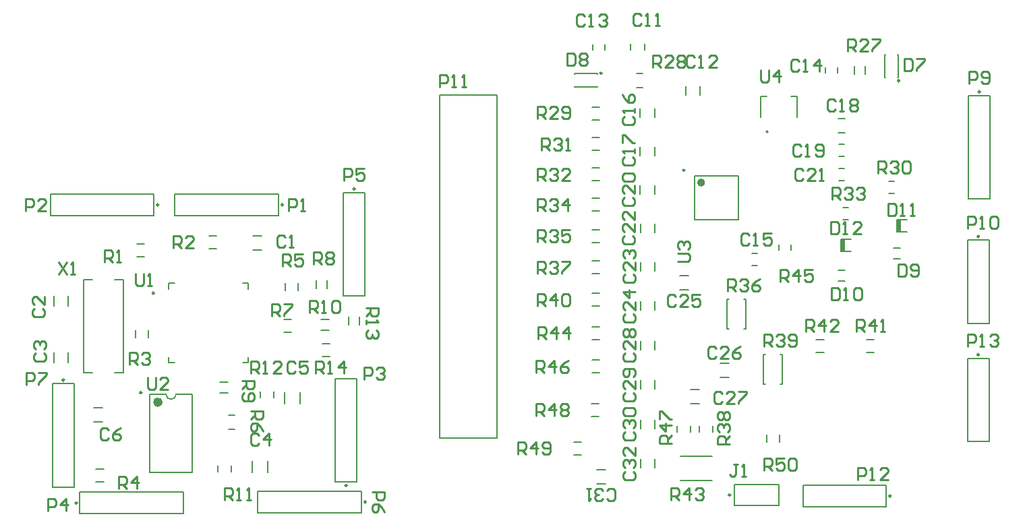
<source format=gto>
G04*
G04 #@! TF.GenerationSoftware,Altium Limited,Altium Designer,25.2.1 (25)*
G04*
G04 Layer_Color=65535*
%FSLAX44Y44*%
%MOMM*%
G71*
G04*
G04 #@! TF.SameCoordinates,F4FED96F-6736-4451-9F0E-EDF3A1B2C77D*
G04*
G04*
G04 #@! TF.FilePolarity,Positive*
G04*
G01*
G75*
%ADD10C,0.2500*%
%ADD11C,0.5000*%
%ADD12C,0.2000*%
%ADD13C,0.6000*%
%ADD14C,0.1270*%
%ADD15C,0.2540*%
%ADD16R,0.5080X1.5870*%
D10*
X1803380Y835310D02*
G03*
X1803380Y835310I-1250J0D01*
G01*
X767660Y912530D02*
G03*
X767660Y912530I-1250J0D01*
G01*
X1433695Y1067110D02*
G03*
X1433695Y1067110I-1250J0D01*
G01*
X1703435Y1179555D02*
G03*
X1703435Y1179555I-1250J0D01*
G01*
X1692540Y657860D02*
G03*
X1692540Y657860I-1250J0D01*
G01*
X1491000Y659130D02*
G03*
X1491000Y659130I-1250J0D01*
G01*
X1329670Y1188830D02*
G03*
X1329670Y1188830I-1250J0D01*
G01*
X1804650Y1165510D02*
G03*
X1804650Y1165510I-1250J0D01*
G01*
X1803380Y983900D02*
G03*
X1803380Y983900I-1250J0D01*
G01*
X1033410Y650240D02*
G03*
X1033410Y650240I-1250J0D01*
G01*
X929270Y1023620D02*
G03*
X929270Y1023620I-1250J0D01*
G01*
X1009630Y670910D02*
G03*
X1009630Y670910I-1250J0D01*
G01*
X751820Y787700D02*
G03*
X751820Y787700I-1250J0D01*
G01*
X670890Y648970D02*
G03*
X670890Y648970I-1250J0D01*
G01*
X654680Y803560D02*
G03*
X654680Y803560I-1250J0D01*
G01*
X773060Y1023620D02*
G03*
X773060Y1023620I-1250J0D01*
G01*
X1019790Y1043590D02*
G03*
X1019790Y1043590I-1250J0D01*
G01*
D11*
X1456700Y1051510D02*
G03*
X1456700Y1051510I-2500J0D01*
G01*
D12*
X1537940Y1115270D02*
G03*
X1537940Y1115270I-1000J0D01*
G01*
X782320Y785600D02*
G03*
X795020Y785600I6350J0D01*
G01*
X1788680Y726210D02*
Y830810D01*
X1815580D01*
Y726210D02*
Y830810D01*
X1788680Y726210D02*
X1815580D01*
X785660Y925030D02*
X792910D01*
X878410D02*
X885660D01*
Y825030D02*
Y832280D01*
Y917780D02*
Y925030D01*
X785660Y825030D02*
X792910D01*
X878410D02*
X885660D01*
X785660D02*
Y832280D01*
Y917780D02*
Y925030D01*
X1427800Y676900D02*
X1467800D01*
X1427800Y707400D02*
X1467800D01*
X1383140Y1218057D02*
Y1226030D01*
X1365140Y1218057D02*
Y1226030D01*
X1333380Y1218240D02*
Y1225240D01*
X1318380Y1218240D02*
Y1225240D01*
X1372930Y1188580D02*
X1380430D01*
X1372930Y1171080D02*
X1380430D01*
X1445700Y1060010D02*
X1500700D01*
Y1005010D02*
Y1060010D01*
X1445700Y1005010D02*
X1500700D01*
X1445700D02*
Y1060010D01*
X1701685Y1183805D02*
Y1212305D01*
X1684685Y1183805D02*
Y1212305D01*
X1700685Y1183805D02*
X1701685D01*
X1700685Y1212305D02*
X1701685D01*
X1684685Y1183805D02*
X1685685D01*
X1684685Y1212305D02*
X1685685D01*
X1660290Y1187530D02*
Y1197530D01*
X1646790Y1187530D02*
Y1197530D01*
X1625480Y1189030D02*
Y1196030D01*
X1610480Y1189030D02*
Y1196030D01*
X1627180Y1084700D02*
X1634180D01*
X1627180Y1099700D02*
X1634180D01*
X1627180Y1054220D02*
X1634180D01*
X1627180Y1069220D02*
X1634180D01*
X1582190Y644410D02*
Y671310D01*
Y644410D02*
X1686790D01*
Y671310D01*
X1582190D02*
X1686790D01*
X1700020Y989200D02*
X1712720D01*
X1700020Y1004700D02*
X1712720D01*
X1700020Y989200D02*
Y1004700D01*
X1695850Y955910D02*
X1704350D01*
X1695850Y969410D02*
X1704350D01*
X1629410Y965070D02*
X1642110D01*
X1629410Y980570D02*
X1642110D01*
X1629410Y965070D02*
Y980570D01*
X1626430Y927970D02*
X1634930D01*
X1626430Y941470D02*
X1634930D01*
X1552060Y966780D02*
Y973780D01*
X1567060Y966780D02*
Y973780D01*
X1552320Y725519D02*
Y734980D01*
X1536320Y725519D02*
Y734980D01*
X1486600Y867960D02*
Y904960D01*
X1508100D02*
X1510600D01*
X1486600D02*
X1489100D01*
X1510600Y867960D02*
Y904960D01*
X1508100Y867960D02*
X1510600D01*
X1486600D02*
X1489100D01*
X1441030Y791320D02*
X1452030D01*
X1441030Y773320D02*
X1452030D01*
X1496100Y645930D02*
Y672330D01*
Y645930D02*
X1551900D01*
Y672330D01*
X1496100D02*
X1551900D01*
X1532320Y798110D02*
X1534820D01*
X1553820D02*
X1556320D01*
Y835110D01*
X1532320D02*
X1534820D01*
X1553820D02*
X1556320D01*
X1532320Y798110D02*
Y835110D01*
X1197670Y730650D02*
Y1161650D01*
X1125670Y730650D02*
X1197670D01*
X1125670D02*
Y1161650D01*
X1197670D01*
X1377840Y891150D02*
Y902150D01*
X1395840Y891150D02*
Y902150D01*
X1377804Y1037155D02*
Y1048155D01*
X1395804Y1037155D02*
Y1048155D01*
X1377804Y1133675D02*
Y1144675D01*
X1395804Y1133675D02*
Y1144675D01*
X1377840Y940680D02*
Y951680D01*
X1395840Y940680D02*
Y951680D01*
X1377840Y988910D02*
Y999910D01*
X1395840Y988910D02*
Y999910D01*
X1317339Y936880D02*
X1326801D01*
X1317339Y952880D02*
X1326801D01*
X1317283Y1091805D02*
X1326744D01*
X1317283Y1107805D02*
X1326744D01*
X1317304Y1053705D02*
X1326765D01*
X1317304Y1069705D02*
X1326765D01*
X1377804Y1085415D02*
Y1096415D01*
X1395804Y1085415D02*
Y1096415D01*
X1317339Y976250D02*
X1326801D01*
X1317339Y992250D02*
X1326801D01*
X1317319Y1129920D02*
X1326780D01*
X1317319Y1145920D02*
X1326780D01*
X1294480Y709550D02*
X1303940D01*
X1294480Y725550D02*
X1303940D01*
X1316049Y757810D02*
X1325510D01*
X1316049Y773810D02*
X1325510D01*
X1377840Y742530D02*
Y753530D01*
X1395840Y742530D02*
Y753530D01*
X1317360Y896240D02*
X1326821D01*
X1317360Y912240D02*
X1326821D01*
X1317304Y1015605D02*
X1326765D01*
X1317304Y1031605D02*
X1326765D01*
X1441310Y737930D02*
Y745430D01*
X1423810Y737930D02*
Y745430D01*
X1469250Y737930D02*
Y745430D01*
X1451750Y737930D02*
Y745430D01*
X1477860Y806340D02*
X1488860D01*
X1477860Y824340D02*
X1488860D01*
X1317319Y812420D02*
X1326780D01*
X1317319Y828420D02*
X1326780D01*
X1377840Y841590D02*
Y852590D01*
X1395840Y841590D02*
Y852590D01*
X1427060Y916830D02*
X1438060D01*
X1427060Y934830D02*
X1438060D01*
X1317319Y854330D02*
X1326780D01*
X1317319Y870330D02*
X1326780D01*
X1377840Y792060D02*
Y803060D01*
X1395840Y792060D02*
Y803060D01*
X1322920Y672990D02*
X1333920D01*
X1322920Y690990D02*
X1333920D01*
X1517960Y962540D02*
X1524960D01*
X1517960Y947540D02*
X1524960D01*
X1377840Y692970D02*
Y703970D01*
X1395840Y692970D02*
Y703970D01*
X1295670Y1171330D02*
Y1172330D01*
X1324170Y1171330D02*
Y1172330D01*
X1295670Y1187330D02*
Y1188330D01*
X1324170Y1187330D02*
Y1188330D01*
X1295670Y1171330D02*
X1324170D01*
X1295670Y1188330D02*
X1324170D01*
X1434990Y1161660D02*
Y1172660D01*
X1452990Y1161660D02*
Y1172660D01*
X1789950Y1031010D02*
X1816850D01*
Y1161010D01*
X1789950D02*
X1816850D01*
X1789950Y1031010D02*
Y1161010D01*
X1788680Y874800D02*
Y979400D01*
X1815580D01*
Y874800D02*
Y979400D01*
X1788680Y874800D02*
X1815580D01*
X1689410Y1052710D02*
X1696410D01*
X1689410Y1037710D02*
X1696410D01*
X1626446Y1131430D02*
X1634914D01*
X1626446Y1113930D02*
X1634914D01*
X1632210Y1019690D02*
X1639210D01*
X1632210Y1004690D02*
X1639210D01*
X1662070Y853820D02*
X1671531D01*
X1662070Y837820D02*
X1671531D01*
X1598719D02*
X1608180D01*
X1598719Y853820D02*
X1608180D01*
X891090Y984360D02*
X902090D01*
X891090Y966360D02*
X902090D01*
X929989Y879220D02*
X939451D01*
X929989Y863220D02*
X939451D01*
X1025290Y872570D02*
Y882570D01*
X1011790Y872570D02*
Y882570D01*
X976710Y865740D02*
X986710D01*
X976710Y879240D02*
X986710D01*
X978250Y848740D02*
X987710D01*
X978250Y832740D02*
X987710D01*
X971150Y918290D02*
Y928290D01*
X984650Y918290D02*
Y928290D01*
X947800Y916020D02*
Y925480D01*
X931800Y916020D02*
Y925480D01*
X897660Y663690D02*
X1027660D01*
Y636790D02*
Y663690D01*
X897660Y636790D02*
X1027660D01*
X897660D02*
Y663690D01*
X793520Y1037070D02*
X923520D01*
Y1010170D02*
Y1037070D01*
X793520Y1010170D02*
X923520D01*
X793520D02*
Y1037070D01*
X1021830Y675410D02*
Y805410D01*
X994930Y675410D02*
X1021830D01*
X994930D02*
Y805410D01*
X1021830D01*
X745839Y974470D02*
X755301D01*
X745839Y958470D02*
X755301D01*
X694479Y691260D02*
X703940D01*
X694479Y675260D02*
X703940D01*
X728580Y812720D02*
Y929720D01*
X678580Y812720D02*
Y929720D01*
X717580D02*
X728580D01*
X717580Y812720D02*
X728580D01*
X678580Y929720D02*
X689580D01*
X678580Y812720D02*
X689580D01*
X836010Y984630D02*
X845471D01*
X836010Y968630D02*
X845471D01*
X900570Y781060D02*
Y788560D01*
X918070Y781060D02*
Y788560D01*
X931570Y773810D02*
Y788310D01*
X950570Y773810D02*
Y788310D01*
X743840Y856329D02*
Y865790D01*
X759840Y856329D02*
Y865790D01*
X641240Y825600D02*
Y838100D01*
X659240Y825600D02*
Y838100D01*
X762170Y687600D02*
Y785600D01*
X815170Y687600D02*
Y785600D01*
X762170D02*
X782320D01*
X795020D02*
X815170D01*
X762170Y687600D02*
X815170D01*
X890930Y687440D02*
Y701940D01*
X909930Y687440D02*
Y701940D01*
X861120Y759320D02*
X868620D01*
X861120Y741820D02*
X868620D01*
X674140Y635520D02*
X804140D01*
X674140D02*
Y662420D01*
X804140D01*
Y635520D02*
Y662420D01*
X864730Y688400D02*
Y695900D01*
X847230Y688400D02*
Y695900D01*
X849710Y800500D02*
X859710D01*
X849710Y787000D02*
X859710D01*
X639980Y669060D02*
Y799060D01*
X666880D01*
Y669060D02*
Y799060D01*
X639980Y669060D02*
X666880D01*
X691730Y750460D02*
X702730D01*
X691730Y768460D02*
X702730D01*
X637310Y1010170D02*
Y1037070D01*
Y1010170D02*
X767310D01*
Y1037070D01*
X637310D02*
X767310D01*
X1005090Y909090D02*
X1031990D01*
Y1039090D01*
X1005090D02*
X1031990D01*
X1005090Y909090D02*
Y1039090D01*
X641240Y896720D02*
Y909220D01*
X659240Y896720D02*
Y909220D01*
D13*
X775170Y775600D02*
G03*
X775170Y775600I-3000J0D01*
G01*
D14*
X1574940Y1133520D02*
Y1159520D01*
X1567180D02*
X1574940D01*
X1528940Y1133520D02*
Y1159520D01*
X1536700D01*
D15*
X1788922Y845312D02*
Y860547D01*
X1796539D01*
X1799079Y858008D01*
Y852930D01*
X1796539Y850390D01*
X1788922D01*
X1804157Y845312D02*
X1809235D01*
X1806696D01*
Y860547D01*
X1804157Y858008D01*
X1816853D02*
X1819392Y860547D01*
X1824471D01*
X1827010Y858008D01*
Y855469D01*
X1824471Y852930D01*
X1821931D01*
X1824471D01*
X1827010Y850390D01*
Y847851D01*
X1824471Y845312D01*
X1819392D01*
X1816853Y847851D01*
X1416057Y652783D02*
Y668018D01*
X1423674D01*
X1426213Y665478D01*
Y660400D01*
X1423674Y657861D01*
X1416057D01*
X1421135D02*
X1426213Y652783D01*
X1438909D02*
Y668018D01*
X1431292Y660400D01*
X1441448D01*
X1446527Y665478D02*
X1449066Y668018D01*
X1454144D01*
X1456683Y665478D01*
Y662939D01*
X1454144Y660400D01*
X1451605D01*
X1454144D01*
X1456683Y657861D01*
Y655322D01*
X1454144Y652783D01*
X1449066D01*
X1446527Y655322D01*
X1248396Y1131572D02*
Y1146807D01*
X1256013D01*
X1258552Y1144268D01*
Y1139190D01*
X1256013Y1136651D01*
X1248396D01*
X1253474D02*
X1258552Y1131572D01*
X1273788D02*
X1263631D01*
X1273788Y1141729D01*
Y1144268D01*
X1271248Y1146807D01*
X1266170D01*
X1263631Y1144268D01*
X1278866Y1134112D02*
X1281405Y1131572D01*
X1286483D01*
X1289023Y1134112D01*
Y1144268D01*
X1286483Y1146807D01*
X1281405D01*
X1278866Y1144268D01*
Y1141729D01*
X1281405Y1139190D01*
X1289023D01*
X1528826Y1192779D02*
Y1180083D01*
X1531365Y1177544D01*
X1536443D01*
X1538983Y1180083D01*
Y1192779D01*
X1551679Y1177544D02*
Y1192779D01*
X1544061Y1185162D01*
X1554218D01*
X1424942Y952504D02*
X1437638D01*
X1440177Y955043D01*
Y960122D01*
X1437638Y962661D01*
X1424942D01*
X1427482Y967739D02*
X1424942Y970278D01*
Y975357D01*
X1427482Y977896D01*
X1430021D01*
X1432560Y975357D01*
Y972818D01*
Y975357D01*
X1435099Y977896D01*
X1437638D01*
X1440177Y975357D01*
Y970278D01*
X1437638Y967739D01*
X1532897Y689613D02*
Y704847D01*
X1540514D01*
X1543053Y702308D01*
Y697230D01*
X1540514Y694691D01*
X1532897D01*
X1537975D02*
X1543053Y689613D01*
X1558288Y704847D02*
X1548132D01*
Y697230D01*
X1553210Y699769D01*
X1555749D01*
X1558288Y697230D01*
Y692152D01*
X1555749Y689613D01*
X1550671D01*
X1548132Y692152D01*
X1563367Y702308D02*
X1565906Y704847D01*
X1570984D01*
X1573523Y702308D01*
Y692152D01*
X1570984Y689613D01*
X1565906D01*
X1563367Y692152D01*
Y702308D01*
X1224266Y709932D02*
Y725167D01*
X1231883D01*
X1234423Y722628D01*
Y717550D01*
X1231883Y715011D01*
X1224266D01*
X1229344D02*
X1234423Y709932D01*
X1247118D02*
Y725167D01*
X1239501Y717550D01*
X1249658D01*
X1254736Y712472D02*
X1257275Y709932D01*
X1262353D01*
X1264893Y712472D01*
Y722628D01*
X1262353Y725167D01*
X1257275D01*
X1254736Y722628D01*
Y720089D01*
X1257275Y717550D01*
X1264893D01*
X1247147Y758193D02*
Y773428D01*
X1254764D01*
X1257303Y770888D01*
Y765810D01*
X1254764Y763271D01*
X1247147D01*
X1252225D02*
X1257303Y758193D01*
X1269999D02*
Y773428D01*
X1262382Y765810D01*
X1272538D01*
X1277617Y770888D02*
X1280156Y773428D01*
X1285234D01*
X1287773Y770888D01*
Y768349D01*
X1285234Y765810D01*
X1287773Y763271D01*
Y760732D01*
X1285234Y758193D01*
X1280156D01*
X1277617Y760732D01*
Y763271D01*
X1280156Y765810D01*
X1277617Y768349D01*
Y770888D01*
X1280156Y765810D02*
X1285234D01*
X1417318Y723907D02*
X1402083D01*
Y731524D01*
X1404622Y734063D01*
X1409700D01*
X1412239Y731524D01*
Y723907D01*
Y728985D02*
X1417318Y734063D01*
Y746759D02*
X1402083D01*
X1409700Y739142D01*
Y749298D01*
X1402083Y754377D02*
Y764533D01*
X1404622D01*
X1414778Y754377D01*
X1417318D01*
X1247126Y812803D02*
Y828037D01*
X1254743D01*
X1257282Y825498D01*
Y820420D01*
X1254743Y817881D01*
X1247126D01*
X1252204D02*
X1257282Y812803D01*
X1269978D02*
Y828037D01*
X1262361Y820420D01*
X1272517D01*
X1287753Y828037D02*
X1282674Y825498D01*
X1277596Y820420D01*
Y815342D01*
X1280135Y812803D01*
X1285213D01*
X1287753Y815342D01*
Y817881D01*
X1285213Y820420D01*
X1277596D01*
X1553217Y927103D02*
Y942337D01*
X1560834D01*
X1563373Y939798D01*
Y934720D01*
X1560834Y932181D01*
X1553217D01*
X1558295D02*
X1563373Y927103D01*
X1576069D02*
Y942337D01*
X1568452Y934720D01*
X1578608D01*
X1593843Y942337D02*
X1583687D01*
Y934720D01*
X1588765Y937259D01*
X1591304D01*
X1593843Y934720D01*
Y929642D01*
X1591304Y927103D01*
X1586226D01*
X1583687Y929642D01*
X1249687Y854713D02*
Y869948D01*
X1257304D01*
X1259843Y867408D01*
Y862330D01*
X1257304Y859791D01*
X1249687D01*
X1254765D02*
X1259843Y854713D01*
X1272539D02*
Y869948D01*
X1264922Y862330D01*
X1275078D01*
X1287774Y854713D02*
Y869948D01*
X1280157Y862330D01*
X1290313D01*
X1585976Y864108D02*
Y879343D01*
X1593593D01*
X1596133Y876804D01*
Y871725D01*
X1593593Y869186D01*
X1585976D01*
X1591054D02*
X1596133Y864108D01*
X1608829D02*
Y879343D01*
X1601211Y871725D01*
X1611368D01*
X1626603Y864108D02*
X1616446D01*
X1626603Y874265D01*
Y876804D01*
X1624064Y879343D01*
X1618985D01*
X1616446Y876804D01*
X1649222Y864108D02*
Y879343D01*
X1656839D01*
X1659379Y876804D01*
Y871725D01*
X1656839Y869186D01*
X1649222D01*
X1654300D02*
X1659379Y864108D01*
X1672075D02*
Y879343D01*
X1664457Y871725D01*
X1674614D01*
X1679692Y864108D02*
X1684771D01*
X1682231D01*
Y879343D01*
X1679692Y876804D01*
X1248417Y896622D02*
Y911858D01*
X1256034D01*
X1258573Y909318D01*
Y904240D01*
X1256034Y901701D01*
X1248417D01*
X1253495D02*
X1258573Y896622D01*
X1271269D02*
Y911858D01*
X1263652Y904240D01*
X1273808D01*
X1278887Y909318D02*
X1281426Y911858D01*
X1286504D01*
X1289043Y909318D01*
Y899162D01*
X1286504Y896622D01*
X1281426D01*
X1278887Y899162D01*
Y909318D01*
X1532890Y845312D02*
Y860547D01*
X1540508D01*
X1543047Y858008D01*
Y852930D01*
X1540508Y850390D01*
X1532890D01*
X1537968D02*
X1543047Y845312D01*
X1548125Y858008D02*
X1550664Y860547D01*
X1555743D01*
X1558282Y858008D01*
Y855469D01*
X1555743Y852930D01*
X1553203D01*
X1555743D01*
X1558282Y850390D01*
Y847851D01*
X1555743Y845312D01*
X1550664D01*
X1548125Y847851D01*
X1563360D02*
X1565899Y845312D01*
X1570978D01*
X1573517Y847851D01*
Y858008D01*
X1570978Y860547D01*
X1565899D01*
X1563360Y858008D01*
Y855469D01*
X1565899Y852930D01*
X1573517D01*
X1489707Y722637D02*
X1474472D01*
Y730254D01*
X1477012Y732793D01*
X1482090D01*
X1484629Y730254D01*
Y722637D01*
Y727715D02*
X1489707Y732793D01*
X1477012Y737872D02*
X1474472Y740411D01*
Y745489D01*
X1477012Y748028D01*
X1479551D01*
X1482090Y745489D01*
Y742950D01*
Y745489D01*
X1484629Y748028D01*
X1487168D01*
X1489707Y745489D01*
Y740411D01*
X1487168Y737872D01*
X1477012Y753107D02*
X1474472Y755646D01*
Y760724D01*
X1477012Y763263D01*
X1479551D01*
X1482090Y760724D01*
X1484629Y763263D01*
X1487168D01*
X1489707Y760724D01*
Y755646D01*
X1487168Y753107D01*
X1484629D01*
X1482090Y755646D01*
X1479551Y753107D01*
X1477012D01*
X1482090Y755646D02*
Y760724D01*
X1248417Y937262D02*
Y952497D01*
X1256034D01*
X1258573Y949958D01*
Y944880D01*
X1256034Y942341D01*
X1248417D01*
X1253495D02*
X1258573Y937262D01*
X1263652Y949958D02*
X1266191Y952497D01*
X1271269D01*
X1273808Y949958D01*
Y947419D01*
X1271269Y944880D01*
X1268730D01*
X1271269D01*
X1273808Y942341D01*
Y939802D01*
X1271269Y937262D01*
X1266191D01*
X1263652Y939802D01*
X1278887Y952497D02*
X1289043D01*
Y949958D01*
X1278887Y939802D01*
Y937262D01*
X1487170Y915162D02*
Y930397D01*
X1494787D01*
X1497327Y927858D01*
Y922779D01*
X1494787Y920240D01*
X1487170D01*
X1492248D02*
X1497327Y915162D01*
X1502405Y927858D02*
X1504944Y930397D01*
X1510023D01*
X1512562Y927858D01*
Y925319D01*
X1510023Y922779D01*
X1507483D01*
X1510023D01*
X1512562Y920240D01*
Y917701D01*
X1510023Y915162D01*
X1504944D01*
X1502405Y917701D01*
X1527797Y930397D02*
X1522719Y927858D01*
X1517640Y922779D01*
Y917701D01*
X1520179Y915162D01*
X1525258D01*
X1527797Y917701D01*
Y920240D01*
X1525258Y922779D01*
X1517640D01*
X1248417Y976633D02*
Y991868D01*
X1256034D01*
X1258573Y989328D01*
Y984250D01*
X1256034Y981711D01*
X1248417D01*
X1253495D02*
X1258573Y976633D01*
X1263652Y989328D02*
X1266191Y991868D01*
X1271269D01*
X1273808Y989328D01*
Y986789D01*
X1271269Y984250D01*
X1268730D01*
X1271269D01*
X1273808Y981711D01*
Y979172D01*
X1271269Y976633D01*
X1266191D01*
X1263652Y979172D01*
X1289043Y991868D02*
X1278887D01*
Y984250D01*
X1283965Y986789D01*
X1286504D01*
X1289043Y984250D01*
Y979172D01*
X1286504Y976633D01*
X1281426D01*
X1278887Y979172D01*
X1248381Y1015987D02*
Y1031223D01*
X1255998D01*
X1258538Y1028683D01*
Y1023605D01*
X1255998Y1021066D01*
X1248381D01*
X1253459D02*
X1258538Y1015987D01*
X1263616Y1028683D02*
X1266155Y1031223D01*
X1271233D01*
X1273773Y1028683D01*
Y1026144D01*
X1271233Y1023605D01*
X1268694D01*
X1271233D01*
X1273773Y1021066D01*
Y1018527D01*
X1271233Y1015987D01*
X1266155D01*
X1263616Y1018527D01*
X1286468Y1015987D02*
Y1031223D01*
X1278851Y1023605D01*
X1289008D01*
X1618996Y1029970D02*
Y1045205D01*
X1626613D01*
X1629153Y1042666D01*
Y1037588D01*
X1626613Y1035048D01*
X1618996D01*
X1624074D02*
X1629153Y1029970D01*
X1634231Y1042666D02*
X1636770Y1045205D01*
X1641849D01*
X1644388Y1042666D01*
Y1040127D01*
X1641849Y1037588D01*
X1639309D01*
X1641849D01*
X1644388Y1035048D01*
Y1032509D01*
X1641849Y1029970D01*
X1636770D01*
X1634231Y1032509D01*
X1649466Y1042666D02*
X1652005Y1045205D01*
X1657084D01*
X1659623Y1042666D01*
Y1040127D01*
X1657084Y1037588D01*
X1654545D01*
X1657084D01*
X1659623Y1035048D01*
Y1032509D01*
X1657084Y1029970D01*
X1652005D01*
X1649466Y1032509D01*
X1248381Y1054088D02*
Y1069323D01*
X1255998D01*
X1258538Y1066783D01*
Y1061705D01*
X1255998Y1059166D01*
X1248381D01*
X1253459D02*
X1258538Y1054088D01*
X1263616Y1066783D02*
X1266155Y1069323D01*
X1271233D01*
X1273773Y1066783D01*
Y1064244D01*
X1271233Y1061705D01*
X1268694D01*
X1271233D01*
X1273773Y1059166D01*
Y1056627D01*
X1271233Y1054088D01*
X1266155D01*
X1263616Y1056627D01*
X1289008Y1054088D02*
X1278851D01*
X1289008Y1064244D01*
Y1066783D01*
X1286468Y1069323D01*
X1281390D01*
X1278851Y1066783D01*
X1253460Y1092188D02*
Y1107422D01*
X1261077D01*
X1263617Y1104883D01*
Y1099805D01*
X1261077Y1097266D01*
X1253460D01*
X1258538D02*
X1263617Y1092188D01*
X1268695Y1104883D02*
X1271234Y1107422D01*
X1276313D01*
X1278852Y1104883D01*
Y1102344D01*
X1276313Y1099805D01*
X1273773D01*
X1276313D01*
X1278852Y1097266D01*
Y1094727D01*
X1276313Y1092188D01*
X1271234D01*
X1268695Y1094727D01*
X1283930Y1092188D02*
X1289008D01*
X1286469D01*
Y1107422D01*
X1283930Y1104883D01*
X1676146Y1062990D02*
Y1078225D01*
X1683763D01*
X1686303Y1075686D01*
Y1070608D01*
X1683763Y1068068D01*
X1676146D01*
X1681224D02*
X1686303Y1062990D01*
X1691381Y1075686D02*
X1693920Y1078225D01*
X1698999D01*
X1701538Y1075686D01*
Y1073147D01*
X1698999Y1070608D01*
X1696459D01*
X1698999D01*
X1701538Y1068068D01*
Y1065529D01*
X1698999Y1062990D01*
X1693920D01*
X1691381Y1065529D01*
X1706616Y1075686D02*
X1709155Y1078225D01*
X1714234D01*
X1716773Y1075686D01*
Y1065529D01*
X1714234Y1062990D01*
X1709155D01*
X1706616Y1065529D01*
Y1075686D01*
X1393197Y1196342D02*
Y1211578D01*
X1400814D01*
X1403353Y1209038D01*
Y1203960D01*
X1400814Y1201421D01*
X1393197D01*
X1398275D02*
X1403353Y1196342D01*
X1418588D02*
X1408432D01*
X1418588Y1206499D01*
Y1209038D01*
X1416049Y1211578D01*
X1410971D01*
X1408432Y1209038D01*
X1423667D02*
X1426206Y1211578D01*
X1431284D01*
X1433823Y1209038D01*
Y1206499D01*
X1431284Y1203960D01*
X1433823Y1201421D01*
Y1198882D01*
X1431284Y1196342D01*
X1426206D01*
X1423667Y1198882D01*
Y1201421D01*
X1426206Y1203960D01*
X1423667Y1206499D01*
Y1209038D01*
X1426206Y1203960D02*
X1431284D01*
X1638307Y1216663D02*
Y1231898D01*
X1645924D01*
X1648463Y1229358D01*
Y1224280D01*
X1645924Y1221741D01*
X1638307D01*
X1643385D02*
X1648463Y1216663D01*
X1663698D02*
X1653542D01*
X1663698Y1226819D01*
Y1229358D01*
X1661159Y1231898D01*
X1656081D01*
X1653542Y1229358D01*
X1668777Y1231898D02*
X1678933D01*
Y1229358D01*
X1668777Y1219202D01*
Y1216663D01*
X1651006Y678183D02*
Y693418D01*
X1658624D01*
X1661163Y690878D01*
Y685800D01*
X1658624Y683261D01*
X1651006D01*
X1666241Y678183D02*
X1671320D01*
X1668780D01*
Y693418D01*
X1666241Y690878D01*
X1689094Y678183D02*
X1678937D01*
X1689094Y688339D01*
Y690878D01*
X1686555Y693418D01*
X1681476D01*
X1678937Y690878D01*
X1125982Y1171448D02*
Y1186683D01*
X1133599D01*
X1136139Y1184144D01*
Y1179065D01*
X1133599Y1176526D01*
X1125982D01*
X1141217Y1171448D02*
X1146295D01*
X1143756D01*
Y1186683D01*
X1141217Y1184144D01*
X1153913Y1171448D02*
X1158991D01*
X1156452D01*
Y1186683D01*
X1153913Y1184144D01*
X1788922Y993902D02*
Y1009137D01*
X1796539D01*
X1799079Y1006598D01*
Y1001519D01*
X1796539Y998980D01*
X1788922D01*
X1804157Y993902D02*
X1809235D01*
X1806696D01*
Y1009137D01*
X1804157Y1006598D01*
X1816853D02*
X1819392Y1009137D01*
X1824471D01*
X1827010Y1006598D01*
Y996441D01*
X1824471Y993902D01*
X1819392D01*
X1816853Y996441D01*
Y1006598D01*
X1790192Y1175512D02*
Y1190747D01*
X1797809D01*
X1800349Y1188208D01*
Y1183130D01*
X1797809Y1180590D01*
X1790192D01*
X1805427Y1178051D02*
X1807966Y1175512D01*
X1813045D01*
X1815584Y1178051D01*
Y1188208D01*
X1813045Y1190747D01*
X1807966D01*
X1805427Y1188208D01*
Y1185669D01*
X1807966Y1183130D01*
X1815584D01*
X1499867Y697225D02*
X1494788D01*
X1497328D01*
Y684529D01*
X1494788Y681990D01*
X1492249D01*
X1489710Y684529D01*
X1504945Y681990D02*
X1510023D01*
X1507484D01*
Y697225D01*
X1504945Y694686D01*
X1616716Y1002028D02*
Y986793D01*
X1624334D01*
X1626873Y989332D01*
Y999488D01*
X1624334Y1002028D01*
X1616716D01*
X1631951Y986793D02*
X1637030D01*
X1634490D01*
Y1002028D01*
X1631951Y999488D01*
X1654804Y986793D02*
X1644647D01*
X1654804Y996949D01*
Y999488D01*
X1652265Y1002028D01*
X1647186D01*
X1644647Y999488D01*
X1689105Y1024887D02*
Y1009652D01*
X1696723D01*
X1699262Y1012192D01*
Y1022348D01*
X1696723Y1024887D01*
X1689105D01*
X1704340Y1009652D02*
X1709419D01*
X1706880D01*
Y1024887D01*
X1704340Y1022348D01*
X1717036Y1009652D02*
X1722115D01*
X1719576D01*
Y1024887D01*
X1717036Y1022348D01*
X1617986Y919477D02*
Y904242D01*
X1625604D01*
X1628143Y906782D01*
Y916938D01*
X1625604Y919477D01*
X1617986D01*
X1633221Y904242D02*
X1638300D01*
X1635760D01*
Y919477D01*
X1633221Y916938D01*
X1645917D02*
X1648456Y919477D01*
X1653535D01*
X1656074Y916938D01*
Y906782D01*
X1653535Y904242D01*
X1648456D01*
X1645917Y906782D01*
Y916938D01*
X1701804Y948688D02*
Y933453D01*
X1709422D01*
X1711961Y935992D01*
Y946148D01*
X1709422Y948688D01*
X1701804D01*
X1717039Y935992D02*
X1719578Y933453D01*
X1724657D01*
X1727196Y935992D01*
Y946148D01*
X1724657Y948688D01*
X1719578D01*
X1717039Y946148D01*
Y943609D01*
X1719578Y941070D01*
X1727196D01*
X1286256Y1214115D02*
Y1198880D01*
X1293873D01*
X1296413Y1201419D01*
Y1211576D01*
X1293873Y1214115D01*
X1286256D01*
X1301491Y1211576D02*
X1304030Y1214115D01*
X1309109D01*
X1311648Y1211576D01*
Y1209037D01*
X1309109Y1206497D01*
X1311648Y1203958D01*
Y1201419D01*
X1309109Y1198880D01*
X1304030D01*
X1301491Y1201419D01*
Y1203958D01*
X1304030Y1206497D01*
X1301491Y1209037D01*
Y1211576D01*
X1304030Y1206497D02*
X1309109D01*
X1709699Y1206943D02*
Y1191708D01*
X1717317D01*
X1719856Y1194247D01*
Y1204403D01*
X1717317Y1206943D01*
X1709699D01*
X1724934D02*
X1735091D01*
Y1204403D01*
X1724934Y1194247D01*
Y1191708D01*
X1358902Y688343D02*
X1356362Y685804D01*
Y680726D01*
X1358902Y678187D01*
X1369058D01*
X1371597Y680726D01*
Y685804D01*
X1369058Y688343D01*
X1358902Y693422D02*
X1356362Y695961D01*
Y701039D01*
X1358902Y703578D01*
X1361441D01*
X1363980Y701039D01*
Y698500D01*
Y701039D01*
X1366519Y703578D01*
X1369058D01*
X1371597Y701039D01*
Y695961D01*
X1369058Y693422D01*
X1371597Y718813D02*
Y708657D01*
X1361441Y718813D01*
X1358902D01*
X1356362Y716274D01*
Y711196D01*
X1358902Y708657D01*
X1336008Y654052D02*
X1338547Y651512D01*
X1343625D01*
X1346164Y654052D01*
Y664208D01*
X1343625Y666748D01*
X1338547D01*
X1336008Y664208D01*
X1330929Y654052D02*
X1328390Y651512D01*
X1323312D01*
X1320772Y654052D01*
Y656591D01*
X1323312Y659130D01*
X1325851D01*
X1323312D01*
X1320772Y661669D01*
Y664208D01*
X1323312Y666748D01*
X1328390D01*
X1330929Y664208D01*
X1315694Y666748D02*
X1310616D01*
X1313155D01*
Y651512D01*
X1315694Y654052D01*
X1358902Y737873D02*
X1356362Y735334D01*
Y730256D01*
X1358902Y727717D01*
X1369058D01*
X1371597Y730256D01*
Y735334D01*
X1369058Y737873D01*
X1358902Y742952D02*
X1356362Y745491D01*
Y750569D01*
X1358902Y753108D01*
X1361441D01*
X1363980Y750569D01*
Y748030D01*
Y750569D01*
X1366519Y753108D01*
X1369058D01*
X1371597Y750569D01*
Y745491D01*
X1369058Y742952D01*
X1358902Y758187D02*
X1356362Y760726D01*
Y765804D01*
X1358902Y768343D01*
X1369058D01*
X1371597Y765804D01*
Y760726D01*
X1369058Y758187D01*
X1358902D01*
Y787403D02*
X1356362Y784864D01*
Y779786D01*
X1358902Y777247D01*
X1369058D01*
X1371597Y779786D01*
Y784864D01*
X1369058Y787403D01*
X1371597Y802638D02*
Y792482D01*
X1361441Y802638D01*
X1358902D01*
X1356362Y800099D01*
Y795021D01*
X1358902Y792482D01*
X1369058Y807717D02*
X1371597Y810256D01*
Y815334D01*
X1369058Y817873D01*
X1358902D01*
X1356362Y815334D01*
Y810256D01*
X1358902Y807717D01*
X1361441D01*
X1363980Y810256D01*
Y817873D01*
X1358902Y836933D02*
X1356362Y834394D01*
Y829316D01*
X1358902Y826777D01*
X1369058D01*
X1371597Y829316D01*
Y834394D01*
X1369058Y836933D01*
X1371597Y852168D02*
Y842012D01*
X1361441Y852168D01*
X1358902D01*
X1356362Y849629D01*
Y844551D01*
X1358902Y842012D01*
Y857247D02*
X1356362Y859786D01*
Y864864D01*
X1358902Y867403D01*
X1361441D01*
X1363980Y864864D01*
X1366519Y867403D01*
X1369058D01*
X1371597Y864864D01*
Y859786D01*
X1369058Y857247D01*
X1366519D01*
X1363980Y859786D01*
X1361441Y857247D01*
X1358902D01*
X1363980Y859786D02*
Y864864D01*
X1480823Y786128D02*
X1478284Y788668D01*
X1473206D01*
X1470667Y786128D01*
Y775972D01*
X1473206Y773432D01*
X1478284D01*
X1480823Y775972D01*
X1496058Y773432D02*
X1485902D01*
X1496058Y783589D01*
Y786128D01*
X1493519Y788668D01*
X1488441D01*
X1485902Y786128D01*
X1501137Y788668D02*
X1511293D01*
Y786128D01*
X1501137Y775972D01*
Y773432D01*
X1473203Y843278D02*
X1470664Y845817D01*
X1465586D01*
X1463047Y843278D01*
Y833122D01*
X1465586Y830583D01*
X1470664D01*
X1473203Y833122D01*
X1488438Y830583D02*
X1478282D01*
X1488438Y840739D01*
Y843278D01*
X1485899Y845817D01*
X1480821D01*
X1478282Y843278D01*
X1503673Y845817D02*
X1498595Y843278D01*
X1493517Y838200D01*
Y833122D01*
X1496056Y830583D01*
X1501134D01*
X1503673Y833122D01*
Y835661D01*
X1501134Y838200D01*
X1493517D01*
X1422373Y908048D02*
X1419834Y910587D01*
X1414756D01*
X1412217Y908048D01*
Y897892D01*
X1414756Y895352D01*
X1419834D01*
X1422373Y897892D01*
X1437608Y895352D02*
X1427452D01*
X1437608Y905509D01*
Y908048D01*
X1435069Y910587D01*
X1429991D01*
X1427452Y908048D01*
X1452843Y910587D02*
X1442687D01*
Y902970D01*
X1447765Y905509D01*
X1450304D01*
X1452843Y902970D01*
Y897892D01*
X1450304Y895352D01*
X1445226D01*
X1442687Y897892D01*
X1358902Y886463D02*
X1356362Y883924D01*
Y878846D01*
X1358902Y876307D01*
X1369058D01*
X1371597Y878846D01*
Y883924D01*
X1369058Y886463D01*
X1371597Y901698D02*
Y891542D01*
X1361441Y901698D01*
X1358902D01*
X1356362Y899159D01*
Y894081D01*
X1358902Y891542D01*
X1371597Y914394D02*
X1356362D01*
X1363980Y906777D01*
Y916933D01*
X1358902Y935993D02*
X1356362Y933454D01*
Y928376D01*
X1358902Y925837D01*
X1369058D01*
X1371597Y928376D01*
Y933454D01*
X1369058Y935993D01*
X1371597Y951228D02*
Y941072D01*
X1361441Y951228D01*
X1358902D01*
X1356362Y948689D01*
Y943611D01*
X1358902Y941072D01*
Y956307D02*
X1356362Y958846D01*
Y963924D01*
X1358902Y966463D01*
X1361441D01*
X1363980Y963924D01*
Y961385D01*
Y963924D01*
X1366519Y966463D01*
X1369058D01*
X1371597Y963924D01*
Y958846D01*
X1369058Y956307D01*
X1357632Y984253D02*
X1355092Y981714D01*
Y976636D01*
X1357632Y974097D01*
X1367788D01*
X1370327Y976636D01*
Y981714D01*
X1367788Y984253D01*
X1370327Y999488D02*
Y989332D01*
X1360171Y999488D01*
X1357632D01*
X1355092Y996949D01*
Y991871D01*
X1357632Y989332D01*
X1370327Y1014723D02*
Y1004567D01*
X1360171Y1014723D01*
X1357632D01*
X1355092Y1012184D01*
Y1007106D01*
X1357632Y1004567D01*
X1582422Y1066798D02*
X1579883Y1069337D01*
X1574805D01*
X1572266Y1066798D01*
Y1056642D01*
X1574805Y1054102D01*
X1579883D01*
X1582422Y1056642D01*
X1597658Y1054102D02*
X1587501D01*
X1597658Y1064259D01*
Y1066798D01*
X1595118Y1069337D01*
X1590040D01*
X1587501Y1066798D01*
X1602736Y1054102D02*
X1607814D01*
X1605275D01*
Y1069337D01*
X1602736Y1066798D01*
X1357632Y1032513D02*
X1355092Y1029974D01*
Y1024896D01*
X1357632Y1022357D01*
X1367788D01*
X1370327Y1024896D01*
Y1029974D01*
X1367788Y1032513D01*
X1370327Y1047748D02*
Y1037592D01*
X1360171Y1047748D01*
X1357632D01*
X1355092Y1045209D01*
Y1040131D01*
X1357632Y1037592D01*
Y1052827D02*
X1355092Y1055366D01*
Y1060444D01*
X1357632Y1062983D01*
X1367788D01*
X1370327Y1060444D01*
Y1055366D01*
X1367788Y1052827D01*
X1357632D01*
X1579883Y1097278D02*
X1577344Y1099818D01*
X1572265D01*
X1569726Y1097278D01*
Y1087122D01*
X1572265Y1084583D01*
X1577344D01*
X1579883Y1087122D01*
X1584961Y1084583D02*
X1590040D01*
X1587500D01*
Y1099818D01*
X1584961Y1097278D01*
X1597657Y1087122D02*
X1600196Y1084583D01*
X1605275D01*
X1607814Y1087122D01*
Y1097278D01*
X1605275Y1099818D01*
X1600196D01*
X1597657Y1097278D01*
Y1094739D01*
X1600196Y1092200D01*
X1607814D01*
X1623057Y1153664D02*
X1620517Y1156203D01*
X1615439D01*
X1612900Y1153664D01*
Y1143507D01*
X1615439Y1140968D01*
X1620517D01*
X1623057Y1143507D01*
X1628135Y1140968D02*
X1633213D01*
X1630674D01*
Y1156203D01*
X1628135Y1153664D01*
X1640831D02*
X1643370Y1156203D01*
X1648448D01*
X1650988Y1153664D01*
Y1151125D01*
X1648448Y1148586D01*
X1650988Y1146046D01*
Y1143507D01*
X1648448Y1140968D01*
X1643370D01*
X1640831Y1143507D01*
Y1146046D01*
X1643370Y1148586D01*
X1640831Y1151125D01*
Y1153664D01*
X1643370Y1148586D02*
X1648448D01*
X1357632Y1083313D02*
X1355092Y1080774D01*
Y1075695D01*
X1357632Y1073156D01*
X1367788D01*
X1370327Y1075695D01*
Y1080774D01*
X1367788Y1083313D01*
X1370327Y1088391D02*
Y1093470D01*
Y1090930D01*
X1355092D01*
X1357632Y1088391D01*
X1355092Y1101087D02*
Y1111244D01*
X1357632D01*
X1367788Y1101087D01*
X1370327D01*
X1357632Y1134113D02*
X1355092Y1131574D01*
Y1126495D01*
X1357632Y1123956D01*
X1367788D01*
X1370327Y1126495D01*
Y1131574D01*
X1367788Y1134113D01*
X1370327Y1139191D02*
Y1144270D01*
Y1141730D01*
X1355092D01*
X1357632Y1139191D01*
X1355092Y1162044D02*
X1357632Y1156965D01*
X1362710Y1151887D01*
X1367788D01*
X1370327Y1154426D01*
Y1159505D01*
X1367788Y1162044D01*
X1365249D01*
X1362710Y1159505D01*
Y1151887D01*
X1514345Y985516D02*
X1511806Y988055D01*
X1506727D01*
X1504188Y985516D01*
Y975359D01*
X1506727Y972820D01*
X1511806D01*
X1514345Y975359D01*
X1519423Y972820D02*
X1524501D01*
X1521962D01*
Y988055D01*
X1519423Y985516D01*
X1542276Y988055D02*
X1532119D01*
Y980437D01*
X1537197Y982977D01*
X1539736D01*
X1542276Y980437D01*
Y975359D01*
X1539736Y972820D01*
X1534658D01*
X1532119Y975359D01*
X1577343Y1203958D02*
X1574804Y1206497D01*
X1569725D01*
X1567186Y1203958D01*
Y1193802D01*
X1569725Y1191263D01*
X1574804D01*
X1577343Y1193802D01*
X1582421Y1191263D02*
X1587500D01*
X1584960D01*
Y1206497D01*
X1582421Y1203958D01*
X1602735Y1191263D02*
Y1206497D01*
X1595117Y1198880D01*
X1605274D01*
X1308103Y1260808D02*
X1305564Y1263347D01*
X1300485D01*
X1297946Y1260808D01*
Y1250652D01*
X1300485Y1248112D01*
X1305564D01*
X1308103Y1250652D01*
X1313181Y1248112D02*
X1318260D01*
X1315720D01*
Y1263347D01*
X1313181Y1260808D01*
X1325877D02*
X1328416Y1263347D01*
X1333495D01*
X1336034Y1260808D01*
Y1258269D01*
X1333495Y1255730D01*
X1330956D01*
X1333495D01*
X1336034Y1253191D01*
Y1250652D01*
X1333495Y1248112D01*
X1328416D01*
X1325877Y1250652D01*
X1445765Y1208528D02*
X1443226Y1211067D01*
X1438147D01*
X1435608Y1208528D01*
Y1198371D01*
X1438147Y1195832D01*
X1443226D01*
X1445765Y1198371D01*
X1450843Y1195832D02*
X1455921D01*
X1453382D01*
Y1211067D01*
X1450843Y1208528D01*
X1473696Y1195832D02*
X1463539D01*
X1473696Y1205989D01*
Y1208528D01*
X1471156Y1211067D01*
X1466078D01*
X1463539Y1208528D01*
X1379222Y1261108D02*
X1376683Y1263648D01*
X1371604D01*
X1369065Y1261108D01*
Y1250952D01*
X1371604Y1248412D01*
X1376683D01*
X1379222Y1250952D01*
X1384300Y1248412D02*
X1389379D01*
X1386840D01*
Y1263648D01*
X1384300Y1261108D01*
X1396996Y1248412D02*
X1402075D01*
X1399536D01*
Y1263648D01*
X1396996Y1261108D01*
X944881Y824228D02*
X942342Y826768D01*
X937263D01*
X934724Y824228D01*
Y814072D01*
X937263Y811533D01*
X942342D01*
X944881Y814072D01*
X960116Y826768D02*
X949959D01*
Y819150D01*
X955038Y821689D01*
X957577D01*
X960116Y819150D01*
Y814072D01*
X957577Y811533D01*
X952498D01*
X949959Y814072D01*
X889003Y764536D02*
X904238D01*
Y756918D01*
X901698Y754379D01*
X896620D01*
X894081Y756918D01*
Y764536D01*
Y759457D02*
X889003Y754379D01*
X904238Y739144D02*
X901698Y744222D01*
X896620Y749301D01*
X891542D01*
X889003Y746762D01*
Y741683D01*
X891542Y739144D01*
X894081D01*
X896620Y741683D01*
Y749301D01*
X607064Y797562D02*
Y812797D01*
X614682D01*
X617221Y810258D01*
Y805180D01*
X614682Y802641D01*
X607064D01*
X622299Y812797D02*
X632456D01*
Y810258D01*
X622299Y800102D01*
Y797562D01*
X970286Y811533D02*
Y826768D01*
X977904D01*
X980443Y824228D01*
Y819150D01*
X977904Y816611D01*
X970286D01*
X975365D02*
X980443Y811533D01*
X985521D02*
X990600D01*
X988060D01*
Y826768D01*
X985521Y824228D01*
X1005835Y811533D02*
Y826768D01*
X998217Y819150D01*
X1008374D01*
X1033783Y894074D02*
X1049018D01*
Y886456D01*
X1046478Y883917D01*
X1041400D01*
X1038861Y886456D01*
Y894074D01*
Y888996D02*
X1033783Y883917D01*
Y878839D02*
Y873760D01*
Y876300D01*
X1049018D01*
X1046478Y878839D01*
Y866143D02*
X1049018Y863604D01*
Y858525D01*
X1046478Y855986D01*
X1043939D01*
X1041400Y858525D01*
Y861065D01*
Y858525D01*
X1038861Y855986D01*
X1036322D01*
X1033783Y858525D01*
Y863604D01*
X1036322Y866143D01*
X889006Y811533D02*
Y826768D01*
X896624D01*
X899163Y824228D01*
Y819150D01*
X896624Y816611D01*
X889006D01*
X894084D02*
X899163Y811533D01*
X904241D02*
X909320D01*
X906780D01*
Y826768D01*
X904241Y824228D01*
X927094Y811533D02*
X916937D01*
X927094Y821689D01*
Y824228D01*
X924555Y826768D01*
X919476D01*
X916937Y824228D01*
X855985Y652783D02*
Y668018D01*
X863603D01*
X866142Y665478D01*
Y660400D01*
X863603Y657861D01*
X855985D01*
X861064D02*
X866142Y652783D01*
X871220D02*
X876299D01*
X873760D01*
Y668018D01*
X871220Y665478D01*
X883916Y652783D02*
X888995D01*
X886456D01*
Y668018D01*
X883916Y665478D01*
X962666Y887732D02*
Y902968D01*
X970284D01*
X972823Y900428D01*
Y895350D01*
X970284Y892811D01*
X962666D01*
X967745D02*
X972823Y887732D01*
X977901D02*
X982980D01*
X980440D01*
Y902968D01*
X977901Y900428D01*
X990597D02*
X993136Y902968D01*
X998215D01*
X1000754Y900428D01*
Y890272D01*
X998215Y887732D01*
X993136D01*
X990597Y890272D01*
Y900428D01*
X1041403Y662936D02*
X1056637D01*
Y655318D01*
X1054098Y652779D01*
X1049020D01*
X1046481Y655318D01*
Y662936D01*
X1056637Y637544D02*
X1054098Y642623D01*
X1049020Y647701D01*
X1043942D01*
X1041403Y645162D01*
Y640083D01*
X1043942Y637544D01*
X1046481D01*
X1049020Y640083D01*
Y647701D01*
X1005332Y1053592D02*
Y1068827D01*
X1012950D01*
X1015489Y1066288D01*
Y1061209D01*
X1012950Y1058670D01*
X1005332D01*
X1030724Y1068827D02*
X1020567D01*
Y1061209D01*
X1025645Y1063749D01*
X1028185D01*
X1030724Y1061209D01*
Y1056131D01*
X1028185Y1053592D01*
X1023106D01*
X1020567Y1056131D01*
X633734Y638812D02*
Y654047D01*
X641352D01*
X643891Y651508D01*
Y646430D01*
X641352Y643891D01*
X633734D01*
X656587Y638812D02*
Y654047D01*
X648969Y646430D01*
X659126D01*
X1031244Y803913D02*
Y819147D01*
X1038862D01*
X1041401Y816608D01*
Y811530D01*
X1038862Y808991D01*
X1031244D01*
X1046479Y816608D02*
X1049018Y819147D01*
X1054097D01*
X1056636Y816608D01*
Y814069D01*
X1054097Y811530D01*
X1051557D01*
X1054097D01*
X1056636Y808991D01*
Y806452D01*
X1054097Y803913D01*
X1049018D01*
X1046479Y806452D01*
X722634Y666752D02*
Y681988D01*
X730252D01*
X732791Y679448D01*
Y674370D01*
X730252Y671831D01*
X722634D01*
X727712D02*
X732791Y666752D01*
X745487D02*
Y681988D01*
X737869Y674370D01*
X748026D01*
X647703Y951227D02*
X657860Y935993D01*
Y951227D02*
X647703Y935993D01*
X662938D02*
X668017D01*
X665478D01*
Y951227D01*
X662938Y948688D01*
X759464Y806448D02*
Y793752D01*
X762003Y791212D01*
X767082D01*
X769621Y793752D01*
Y806448D01*
X784856Y791212D02*
X774699D01*
X784856Y801369D01*
Y803908D01*
X782317Y806448D01*
X777238D01*
X774699Y803908D01*
X744223Y937258D02*
Y924562D01*
X746762Y922022D01*
X751841D01*
X754380Y924562D01*
Y937258D01*
X759458Y922022D02*
X764537D01*
X761998D01*
Y937258D01*
X759458Y934718D01*
X877572Y802636D02*
X892807D01*
Y795018D01*
X890268Y792479D01*
X885190D01*
X882651Y795018D01*
Y802636D01*
Y797558D02*
X877572Y792479D01*
X880112Y787401D02*
X877572Y784862D01*
Y779783D01*
X880112Y777244D01*
X890268D01*
X892807Y779783D01*
Y784862D01*
X890268Y787401D01*
X887729D01*
X885190Y784862D01*
Y777244D01*
X967744Y948692D02*
Y963928D01*
X975362D01*
X977901Y961388D01*
Y956310D01*
X975362Y953771D01*
X967744D01*
X972822D02*
X977901Y948692D01*
X982979Y961388D02*
X985518Y963928D01*
X990597D01*
X993136Y961388D01*
Y958849D01*
X990597Y956310D01*
X993136Y953771D01*
Y951232D01*
X990597Y948692D01*
X985518D01*
X982979Y951232D01*
Y953771D01*
X985518Y956310D01*
X982979Y958849D01*
Y961388D01*
X985518Y956310D02*
X990597D01*
X914965Y883923D02*
Y899157D01*
X922582D01*
X925122Y896618D01*
Y891540D01*
X922582Y889001D01*
X914965D01*
X920043D02*
X925122Y883923D01*
X930200Y899157D02*
X940357D01*
Y896618D01*
X930200Y886462D01*
Y883923D01*
X928374Y946152D02*
Y961387D01*
X935992D01*
X938531Y958848D01*
Y953770D01*
X935992Y951231D01*
X928374D01*
X933453D02*
X938531Y946152D01*
X953766Y961387D02*
X943609D01*
Y953770D01*
X948688Y956309D01*
X951227D01*
X953766Y953770D01*
Y948692D01*
X951227Y946152D01*
X946148D01*
X943609Y948692D01*
X736604Y822962D02*
Y838197D01*
X744222D01*
X746761Y835658D01*
Y830580D01*
X744222Y828041D01*
X736604D01*
X741683D02*
X746761Y822962D01*
X751839Y835658D02*
X754378Y838197D01*
X759457D01*
X761996Y835658D01*
Y833119D01*
X759457Y830580D01*
X756917D01*
X759457D01*
X761996Y828041D01*
Y825502D01*
X759457Y822962D01*
X754378D01*
X751839Y825502D01*
X791214Y969013D02*
Y984248D01*
X798832D01*
X801371Y981708D01*
Y976630D01*
X798832Y974091D01*
X791214D01*
X796292D02*
X801371Y969013D01*
X816606D02*
X806449D01*
X816606Y979169D01*
Y981708D01*
X814067Y984248D01*
X808988D01*
X806449Y981708D01*
X704853Y951233D02*
Y966468D01*
X712471D01*
X715010Y963928D01*
Y958850D01*
X712471Y956311D01*
X704853D01*
X709932D02*
X715010Y951233D01*
X720088D02*
X725167D01*
X722628D01*
Y966468D01*
X720088Y963928D01*
X605794Y1016003D02*
Y1031237D01*
X613412D01*
X615951Y1028698D01*
Y1023620D01*
X613412Y1021081D01*
X605794D01*
X631186Y1016003D02*
X621029D01*
X631186Y1026159D01*
Y1028698D01*
X628647Y1031237D01*
X623568D01*
X621029Y1028698D01*
X935993Y1016003D02*
Y1031237D01*
X943611D01*
X946150Y1028698D01*
Y1023620D01*
X943611Y1021081D01*
X935993D01*
X951228Y1016003D02*
X956307D01*
X953768D01*
Y1031237D01*
X951228Y1028698D01*
X709931Y740408D02*
X707392Y742947D01*
X702313D01*
X699774Y740408D01*
Y730252D01*
X702313Y727712D01*
X707392D01*
X709931Y730252D01*
X725166Y742947D02*
X720088Y740408D01*
X715009Y735330D01*
Y730252D01*
X717548Y727712D01*
X722627D01*
X725166Y730252D01*
Y732791D01*
X722627Y735330D01*
X715009D01*
X899161Y734058D02*
X896622Y736598D01*
X891543D01*
X889004Y734058D01*
Y723902D01*
X891543Y721363D01*
X896622D01*
X899161Y723902D01*
X911857Y721363D02*
Y736598D01*
X904239Y728980D01*
X914396D01*
X618492Y836931D02*
X615952Y834392D01*
Y829313D01*
X618492Y826774D01*
X628648D01*
X631188Y829313D01*
Y834392D01*
X628648Y836931D01*
X618492Y842009D02*
X615952Y844548D01*
Y849627D01*
X618492Y852166D01*
X621031D01*
X623570Y849627D01*
Y847087D01*
Y849627D01*
X626109Y852166D01*
X628648D01*
X631188Y849627D01*
Y844548D01*
X628648Y842009D01*
X617222Y892811D02*
X614683Y890272D01*
Y885193D01*
X617222Y882654D01*
X627378D01*
X629917Y885193D01*
Y890272D01*
X627378Y892811D01*
X629917Y908046D02*
Y897889D01*
X619761Y908046D01*
X617222D01*
X614683Y905507D01*
Y900428D01*
X617222Y897889D01*
X932180Y982978D02*
X929641Y985518D01*
X924563D01*
X922023Y982978D01*
Y972822D01*
X924563Y970283D01*
X929641D01*
X932180Y972822D01*
X937258Y970283D02*
X942337D01*
X939798D01*
Y985518D01*
X937258Y982978D01*
D16*
X1702560Y997265D02*
D03*
X1631950Y973135D02*
D03*
M02*

</source>
